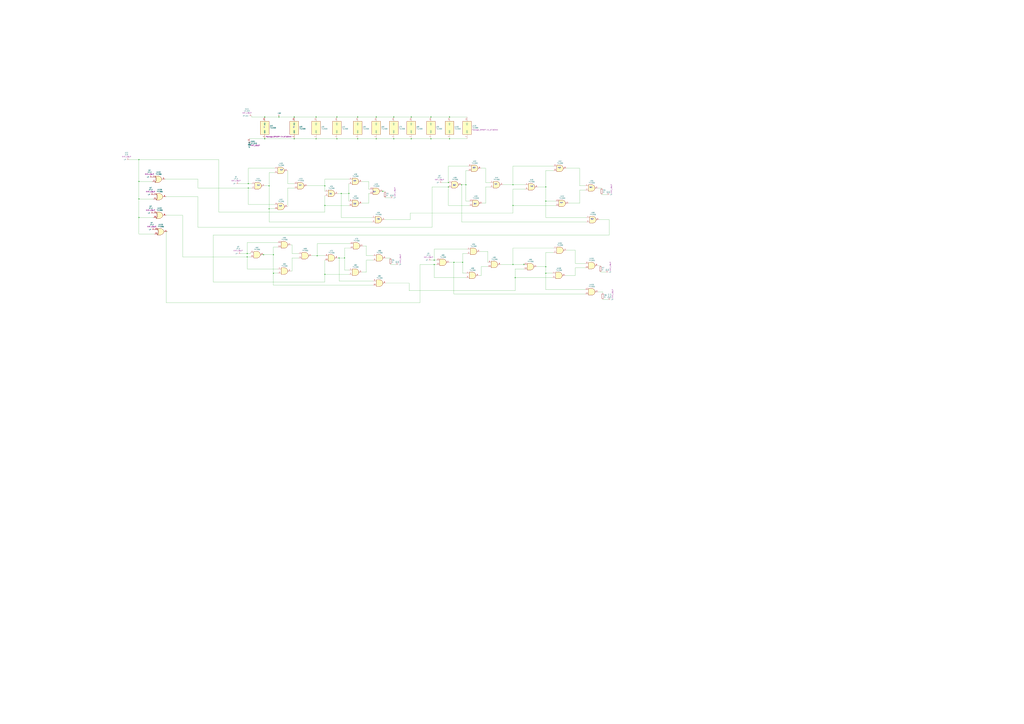
<source format=kicad_sch>
(kicad_sch (version 20230121) (generator eeschema)
  (paper "A0")
  (lib_symbols
    (symbol "!Goody:LP_GND" (pin_names (offset 1.016))
      (property "Reference" "U" (at -6.35 1.27 0))
      (property "Value" "LP_GND" (at -3.81 1.27 0))
      (property "Footprint" "KHF_LIB:LP" (at -3.81 1.27 0))
      (symbol "LP_GND_1_1"
        (pin passive line (at -1.27 0 270) (length 2.54) (name "LP_GND") (number "1"))
      )
    )
    (symbol "74xx:74LS00" (pin_names (offset 1.016))
      (property "Reference" "U" (at 0 1.27 0))
      (property "Value" "74LS00" (at 0 -1.27 0))
      (symbol "74LS00_1_1"
        (arc (start 0 -3.81) (mid 3.7934 0) (end 0 3.81) (stroke (width 0.254)) (fill (type background)))
        (polyline (pts (xy 0 3.81) (xy -3.81 3.81) (xy -3.81 -3.81) (xy 0 -3.81)) (stroke (width 0.254)) (fill (type background)))
        (pin input line (at -7.62 2.54 0) (length 3.81) (name "~") (number "1"))
        (pin input line (at -7.62 -2.54 0) (length 3.81) (name "~") (number "2"))
        (pin output inverted (at 7.62 0 180) (length 3.81) (name "~") (number "3"))
      )
      (symbol "74LS00_1_2"
        (arc (start -3.81 -3.81) (mid -2.589 0) (end -3.81 3.81) (stroke (width 0.254)))
        (arc (start -0.6096 -3.81) (mid 2.1842 -2.5851) (end 3.81 0) (stroke (width 0.254)) (fill (type background)))
        (polyline (pts (xy -3.81 -3.81) (xy -0.635 -3.81)) (stroke (width 0.254)) (fill (type background)))
        (polyline (pts (xy -3.81 3.81) (xy -0.635 3.81)) (stroke (width 0.254)) (fill (type background)))
        (polyline (pts (xy -0.635 3.81) (xy -3.81 3.81) (xy -3.81 3.81) (xy -3.556 3.4036) (xy -3.0226 2.2606) (xy -2.6924 1.0414) (xy -2.6162 -0.254) (xy -2.7686 -1.4986) (xy -3.175 -2.7178) (xy -3.81 -3.81) (xy -3.81 -3.81) (xy -0.635 -3.81)) (stroke (width -25.4)) (fill (type background)))
        (arc (start 3.81 0) (mid 2.1915 2.5936) (end -0.6096 3.81) (stroke (width 0.254)) (fill (type background)))
        (pin input inverted (at -7.62 2.54 0) (length 4.318) (name "~") (number "1"))
        (pin input inverted (at -7.62 -2.54 0) (length 4.318) (name "~") (number "2"))
        (pin output line (at 7.62 0 180) (length 3.81) (name "~") (number "3"))
      )
      (symbol "74LS00_2_1"
        (arc (start 0 -3.81) (mid 3.7934 0) (end 0 3.81) (stroke (width 0.254)) (fill (type background)))
        (polyline (pts (xy 0 3.81) (xy -3.81 3.81) (xy -3.81 -3.81) (xy 0 -3.81)) (stroke (width 0.254)) (fill (type background)))
        (pin input line (at -7.62 2.54 0) (length 3.81) (name "~") (number "4"))
        (pin input line (at -7.62 -2.54 0) (length 3.81) (name "~") (number "5"))
        (pin output inverted (at 7.62 0 180) (length 3.81) (name "~") (number "6"))
      )
      (symbol "74LS00_2_2"
        (arc (start -3.81 -3.81) (mid -2.589 0) (end -3.81 3.81) (stroke (width 0.254)))
        (arc (start -0.6096 -3.81) (mid 2.1842 -2.5851) (end 3.81 0) (stroke (width 0.254)) (fill (type background)))
        (polyline (pts (xy -3.81 -3.81) (xy -0.635 -3.81)) (stroke (width 0.254)) (fill (type background)))
        (polyline (pts (xy -3.81 3.81) (xy -0.635 3.81)) (stroke (width 0.254)) (fill (type background)))
        (polyline (pts (xy -0.635 3.81) (xy -3.81 3.81) (xy -3.81 3.81) (xy -3.556 3.4036) (xy -3.0226 2.2606) (xy -2.6924 1.0414) (xy -2.6162 -0.254) (xy -2.7686 -1.4986) (xy -3.175 -2.7178) (xy -3.81 -3.81) (xy -3.81 -3.81) (xy -0.635 -3.81)) (stroke (width -25.4)) (fill (type background)))
        (arc (start 3.81 0) (mid 2.1915 2.5936) (end -0.6096 3.81) (stroke (width 0.254)) (fill (type background)))
        (pin input inverted (at -7.62 2.54 0) (length 4.318) (name "~") (number "4"))
        (pin input inverted (at -7.62 -2.54 0) (length 4.318) (name "~") (number "5"))
        (pin output line (at 7.62 0 180) (length 3.81) (name "~") (number "6"))
      )
      (symbol "74LS00_3_1"
        (arc (start 0 -3.81) (mid 3.7934 0) (end 0 3.81) (stroke (width 0.254)) (fill (type background)))
        (polyline (pts (xy 0 3.81) (xy -3.81 3.81) (xy -3.81 -3.81) (xy 0 -3.81)) (stroke (width 0.254)) (fill (type background)))
        (pin input line (at -7.62 -2.54 0) (length 3.81) (name "~") (number "10"))
        (pin output inverted (at 7.62 0 180) (length 3.81) (name "~") (number "8"))
        (pin input line (at -7.62 2.54 0) (length 3.81) (name "~") (number "9"))
      )
      (symbol "74LS00_3_2"
        (arc (start -3.81 -3.81) (mid -2.589 0) (end -3.81 3.81) (stroke (width 0.254)))
        (arc (start -0.6096 -3.81) (mid 2.1842 -2.5851) (end 3.81 0) (stroke (width 0.254)) (fill (type background)))
        (polyline (pts (xy -3.81 -3.81) (xy -0.635 -3.81)) (stroke (width 0.254)) (fill (type background)))
        (polyline (pts (xy -3.81 3.81) (xy -0.635 3.81)) (stroke (width 0.254)) (fill (type background)))
        (polyline (pts (xy -0.635 3.81) (xy -3.81 3.81) (xy -3.81 3.81) (xy -3.556 3.4036) (xy -3.0226 2.2606) (xy -2.6924 1.0414) (xy -2.6162 -0.254) (xy -2.7686 -1.4986) (xy -3.175 -2.7178) (xy -3.81 -3.81) (xy -3.81 -3.81) (xy -0.635 -3.81)) (stroke (width -25.4)) (fill (type background)))
        (arc (start 3.81 0) (mid 2.1915 2.5936) (end -0.6096 3.81) (stroke (width 0.254)) (fill (type background)))
        (pin input inverted (at -7.62 -2.54 0) (length 4.318) (name "~") (number "10"))
        (pin output line (at 7.62 0 180) (length 3.81) (name "~") (number "8"))
        (pin input inverted (at -7.62 2.54 0) (length 4.318) (name "~") (number "9"))
      )
      (symbol "74LS00_4_1"
        (arc (start 0 -3.81) (mid 3.7934 0) (end 0 3.81) (stroke (width 0.254)) (fill (type background)))
        (polyline (pts (xy 0 3.81) (xy -3.81 3.81) (xy -3.81 -3.81) (xy 0 -3.81)) (stroke (width 0.254)) (fill (type background)))
        (pin output inverted (at 7.62 0 180) (length 3.81) (name "~") (number "11"))
        (pin input line (at -7.62 2.54 0) (length 3.81) (name "~") (number "12"))
        (pin input line (at -7.62 -2.54 0) (length 3.81) (name "~") (number "13"))
      )
      (symbol "74LS00_4_2"
        (arc (start -3.81 -3.81) (mid -2.589 0) (end -3.81 3.81) (stroke (width 0.254)))
        (arc (start -0.6096 -3.81) (mid 2.1842 -2.5851) (end 3.81 0) (stroke (width 0.254)) (fill (type background)))
        (polyline (pts (xy -3.81 -3.81) (xy -0.635 -3.81)) (stroke (width 0.254)) (fill (type background)))
        (polyline (pts (xy -3.81 3.81) (xy -0.635 3.81)) (stroke (width 0.254)) (fill (type background)))
        (polyline (pts (xy -0.635 3.81) (xy -3.81 3.81) (xy -3.81 3.81) (xy -3.556 3.4036) (xy -3.0226 2.2606) (xy -2.6924 1.0414) (xy -2.6162 -0.254) (xy -2.7686 -1.4986) (xy -3.175 -2.7178) (xy -3.81 -3.81) (xy -3.81 -3.81) (xy -0.635 -3.81)) (stroke (width -25.4)) (fill (type background)))
        (arc (start 3.81 0) (mid 2.1915 2.5936) (end -0.6096 3.81) (stroke (width 0.254)) (fill (type background)))
        (pin output line (at 7.62 0 180) (length 3.81) (name "~") (number "11"))
        (pin input inverted (at -7.62 2.54 0) (length 4.318) (name "~") (number "12"))
        (pin input inverted (at -7.62 -2.54 0) (length 4.318) (name "~") (number "13"))
      )
      (symbol "74LS00_5_0"
        (pin power_in line (at 0 12.7 270) (length 5.08) (name "VCC") (number "14"))
        (pin power_in line (at 0 -12.7 90) (length 5.08) (name "GND") (number "7"))
      )
      (symbol "74LS00_5_1"
        (rectangle (start -5.08 7.62) (end 5.08 -7.62) (stroke (width 0.254)) (fill (type background)))
      )
    )
    (symbol "74xx:74LS86" (pin_names (offset 1.016))
      (property "Reference" "U" (at 0 1.27 0))
      (property "Value" "74LS86" (at 0 -1.27 0))
      (symbol "74LS86_1_0"
        (arc (start -4.4196 -3.81) (mid -3.2033 0) (end -4.4196 3.81) (stroke (width 0.254)))
        (arc (start -3.81 -3.81) (mid -2.589 0) (end -3.81 3.81) (stroke (width 0.254)))
        (arc (start -0.6096 -3.81) (mid 2.1842 -2.5851) (end 3.81 0) (stroke (width 0.254)) (fill (type background)))
        (polyline (pts (xy -3.81 -3.81) (xy -0.635 -3.81)) (stroke (width 0.254)) (fill (type background)))
        (polyline (pts (xy -3.81 3.81) (xy -0.635 3.81)) (stroke (width 0.254)) (fill (type background)))
        (polyline (pts (xy -0.635 3.81) (xy -3.81 3.81) (xy -3.81 3.81) (xy -3.556 3.4036) (xy -3.0226 2.2606) (xy -2.6924 1.0414) (xy -2.6162 -0.254) (xy -2.7686 -1.4986) (xy -3.175 -2.7178) (xy -3.81 -3.81) (xy -3.81 -3.81) (xy -0.635 -3.81)) (stroke (width -25.4)) (fill (type background)))
        (arc (start 3.81 0) (mid 2.1915 2.5936) (end -0.6096 3.81) (stroke (width 0.254)) (fill (type background)))
        (pin input line (at -7.62 2.54 0) (length 4.445) (name "~") (number "1"))
        (pin input line (at -7.62 -2.54 0) (length 4.445) (name "~") (number "2"))
        (pin output line (at 7.62 0 180) (length 3.81) (name "~") (number "3"))
      )
      (symbol "74LS86_1_1"
        (polyline (pts (xy -3.81 -2.54) (xy -3.175 -2.54)) (stroke (width 0.1524)))
        (polyline (pts (xy -3.81 2.54) (xy -3.175 2.54)) (stroke (width 0.1524)))
      )
      (symbol "74LS86_2_0"
        (arc (start -4.4196 -3.81) (mid -3.2033 0) (end -4.4196 3.81) (stroke (width 0.254)))
        (arc (start -3.81 -3.81) (mid -2.589 0) (end -3.81 3.81) (stroke (width 0.254)))
        (arc (start -0.6096 -3.81) (mid 2.1842 -2.5851) (end 3.81 0) (stroke (width 0.254)) (fill (type background)))
        (polyline (pts (xy -3.81 -3.81) (xy -0.635 -3.81)) (stroke (width 0.254)) (fill (type background)))
        (polyline (pts (xy -3.81 3.81) (xy -0.635 3.81)) (stroke (width 0.254)) (fill (type background)))
        (polyline (pts (xy -0.635 3.81) (xy -3.81 3.81) (xy -3.81 3.81) (xy -3.556 3.4036) (xy -3.0226 2.2606) (xy -2.6924 1.0414) (xy -2.6162 -0.254) (xy -2.7686 -1.4986) (xy -3.175 -2.7178) (xy -3.81 -3.81) (xy -3.81 -3.81) (xy -0.635 -3.81)) (stroke (width -25.4)) (fill (type background)))
        (arc (start 3.81 0) (mid 2.1915 2.5936) (end -0.6096 3.81) (stroke (width 0.254)) (fill (type background)))
        (pin input line (at -7.62 2.54 0) (length 4.445) (name "~") (number "4"))
        (pin input line (at -7.62 -2.54 0) (length 4.445) (name "~") (number "5"))
        (pin output line (at 7.62 0 180) (length 3.81) (name "~") (number "6"))
      )
      (symbol "74LS86_2_1"
        (polyline (pts (xy -3.81 -2.54) (xy -3.175 -2.54)) (stroke (width 0.1524)))
        (polyline (pts (xy -3.81 2.54) (xy -3.175 2.54)) (stroke (width 0.1524)))
      )
      (symbol "74LS86_3_0"
        (arc (start -4.4196 -3.81) (mid -3.2033 0) (end -4.4196 3.81) (stroke (width 0.254)))
        (arc (start -3.81 -3.81) (mid -2.589 0) (end -3.81 3.81) (stroke (width 0.254)))
        (arc (start -0.6096 -3.81) (mid 2.1842 -2.5851) (end 3.81 0) (stroke (width 0.254)) (fill (type background)))
        (polyline (pts (xy -3.81 -3.81) (xy -0.635 -3.81)) (stroke (width 0.254)) (fill (type background)))
        (polyline (pts (xy -3.81 3.81) (xy -0.635 3.81)) (stroke (width 0.254)) (fill (type background)))
        (polyline (pts (xy -0.635 3.81) (xy -3.81 3.81) (xy -3.81 3.81) (xy -3.556 3.4036) (xy -3.0226 2.2606) (xy -2.6924 1.0414) (xy -2.6162 -0.254) (xy -2.7686 -1.4986) (xy -3.175 -2.7178) (xy -3.81 -3.81) (xy -3.81 -3.81) (xy -0.635 -3.81)) (stroke (width -25.4)) (fill (type background)))
        (arc (start 3.81 0) (mid 2.1915 2.5936) (end -0.6096 3.81) (stroke (width 0.254)) (fill (type background)))
        (pin input line (at -7.62 -2.54 0) (length 4.445) (name "~") (number "10"))
        (pin output line (at 7.62 0 180) (length 3.81) (name "~") (number "8"))
        (pin input line (at -7.62 2.54 0) (length 4.445) (name "~") (number "9"))
      )
      (symbol "74LS86_3_1"
        (polyline (pts (xy -3.81 -2.54) (xy -3.175 -2.54)) (stroke (width 0.1524)))
        (polyline (pts (xy -3.81 2.54) (xy -3.175 2.54)) (stroke (width 0.1524)))
      )
      (symbol "74LS86_4_0"
        (arc (start -4.4196 -3.81) (mid -3.2033 0) (end -4.4196 3.81) (stroke (width 0.254)))
        (arc (start -3.81 -3.81) (mid -2.589 0) (end -3.81 3.81) (stroke (width 0.254)))
        (arc (start -0.6096 -3.81) (mid 2.1842 -2.5851) (end 3.81 0) (stroke (width 0.254)) (fill (type background)))
        (polyline (pts (xy -3.81 -3.81) (xy -0.635 -3.81)) (stroke (width 0.254)) (fill (type background)))
        (polyline (pts (xy -3.81 3.81) (xy -0.635 3.81)) (stroke (width 0.254)) (fill (type background)))
        (polyline (pts (xy -0.635 3.81) (xy -3.81 3.81) (xy -3.81 3.81) (xy -3.556 3.4036) (xy -3.0226 2.2606) (xy -2.6924 1.0414) (xy -2.6162 -0.254) (xy -2.7686 -1.4986) (xy -3.175 -2.7178) (xy -3.81 -3.81) (xy -3.81 -3.81) (xy -0.635 -3.81)) (stroke (width -25.4)) (fill (type background)))
        (arc (start 3.81 0) (mid 2.1915 2.5936) (end -0.6096 3.81) (stroke (width 0.254)) (fill (type background)))
        (pin output line (at 7.62 0 180) (length 3.81) (name "~") (number "11"))
        (pin input line (at -7.62 2.54 0) (length 4.445) (name "~") (number "12"))
        (pin input line (at -7.62 -2.54 0) (length 4.445) (name "~") (number "13"))
      )
      (symbol "74LS86_4_1"
        (polyline (pts (xy -3.81 -2.54) (xy -3.175 -2.54)) (stroke (width 0.1524)))
        (polyline (pts (xy -3.81 2.54) (xy -3.175 2.54)) (stroke (width 0.1524)))
      )
      (symbol "74LS86_5_0"
        (pin power_in line (at 0 12.7 270) (length 5.08) (name "VCC") (number "14"))
        (pin power_in line (at 0 -12.7 90) (length 5.08) (name "GND") (number "7"))
      )
      (symbol "74LS86_5_1"
        (rectangle (start -5.08 7.62) (end 5.08 -7.62) (stroke (width 0.254)) (fill (type background)))
      )
    )
    (symbol "Addierer-rescue:LP_A-!Goody" (pin_names (offset 1.016))
      (property "Reference" "U" (at -6.35 1.27 0))
      (property "Value" "!Goody_LP_A" (at -3.81 1.27 0))
      (property "Footprint" "KHF_LIB:LP" (at -3.81 1.27 0))
      (symbol "LP_A-!Goody_1_1"
        (pin output line (at -1.27 0 270) (length 2.54) (name "LP") (number "1"))
      )
    )
    (symbol "Addierer-rescue:LP_VCC-!Goody" (pin_names (offset 1.016))
      (property "Reference" "U" (at -6.35 1.27 0))
      (property "Value" "!Goody_LP_VCC" (at -3.81 1.27 0))
      (property "Footprint" "KHF_LIB:LP" (at -3.81 1.27 0))
      (symbol "LP_VCC-!Goody_1_1"
        (pin power_out line (at -1.27 0 270) (length 2.54) (name "LP_Vcc") (number "1"))
      )
    )
    (symbol "Device:R" (pin_numbers hide) (pin_names (offset 0))
      (property "Reference" "R" (at 2.032 0 90))
      (property "Value" "R" (at 0 0 90))
      (symbol "R_0_1"
        (rectangle (start -1.016 -2.54) (end 1.016 2.54) (stroke (width 0.254)))
      )
      (symbol "R_1_1"
        (pin passive line (at 0 3.81 270) (length 1.27) (name "~") (number "1"))
        (pin passive line (at 0 -3.81 90) (length 1.27) (name "~") (number "2"))
      )
    )
    (symbol "power:+5V" (power) (pin_names (offset 0))
      (property "Value" "+5V" (at 0 3.556 0))
      (symbol "+5V_0_1"
        (polyline (pts (xy -0.762 1.27) (xy 0 2.54)))
        (polyline (pts (xy 0 0) (xy 0 2.54)))
        (polyline (pts (xy 0 2.54) (xy 0.762 1.27)))
      )
      (symbol "+5V_1_1"
        (pin power_in line (at 0 0 90) (length 0) hide (name "+5V") (number "1"))
      )
    )
    (symbol "power:GND" (power) (pin_names (offset 0))
      (property "Value" "GND" (at 0 -3.81 0))
      (symbol "GND_0_1"
        (polyline (pts (xy 0 0) (xy 0 -1.27) (xy 1.27 -1.27) (xy 0 -2.54) (xy -1.27 -1.27) (xy 0 -1.27)))
      )
      (symbol "GND_1_1"
        (pin power_in line (at 0 0 270) (length 0) hide (name "GND") (number "1"))
      )
    )
  )
  (junction (at 598.17 322.58))
  (junction (at 367.03 135.89))
  (junction (at 377.19 238.76))
  (junction (at 520.7 217.17))
  (junction (at 595.63 214.63))
  (junction (at 161.29 252.73))
  (junction (at 415.29 135.89))
  (junction (at 161.29 185.42))
  (junction (at 521.97 161.29))
  (junction (at 312.42 242.57))
  (junction (at 317.5 317.5))
  (junction (at 377.19 318.77))
  (junction (at 161.29 210.82))
  (junction (at 633.73 317.5))
  (junction (at 391.16 135.89))
  (junction (at 341.63 135.89))
  (junction (at 477.52 161.29))
  (junction (at 317.5 295.91))
  (junction (at 500.38 161.29))
  (junction (at 521.97 135.89))
  (junction (at 477.52 135.89))
  (junction (at 307.34 135.89))
  (junction (at 287.02 294.64))
  (junction (at 367.03 161.29))
  (junction (at 504.19 302.26))
  (junction (at 288.29 218.44))
  (junction (at 393.7 299.72))
  (junction (at 415.29 161.29))
  (junction (at 287.02 298.45))
  (junction (at 457.2 161.29))
  (junction (at 535.94 214.63))
  (junction (at 633.73 309.88))
  (junction (at 400.05 299.72))
  (junction (at 633.73 233.68))
  (junction (at 595.63 307.34))
  (junction (at 288.29 213.36))
  (junction (at 312.42 215.9))
  (junction (at 457.2 135.89))
  (junction (at 504.19 307.34))
  (junction (at 391.16 161.29))
  (junction (at 520.7 212.09))
  (junction (at 436.88 135.89))
  (junction (at 323.85 135.89))
  (junction (at 541.02 214.63))
  (junction (at 595.63 238.76))
  (junction (at 444.5 222.25))
  (junction (at 377.19 215.9))
  (junction (at 608.33 307.34))
  (junction (at 307.34 161.29))
  (junction (at 368.3 297.18))
  (junction (at 341.63 161.29))
  (junction (at 436.88 161.29))
  (junction (at 500.38 135.89))
  (junction (at 633.73 217.17))
  (junction (at 161.29 231.14))
  (junction (at 527.05 304.8))
  (junction (at 405.13 224.79))
  (junction (at 396.24 224.79))
  (junction (at 537.21 304.8))
  (junction (at 306.07 295.91))
  (wire (pts (xy 367.03 161.29) (xy 391.16 161.29)))
  (wire (pts (xy 290.83 298.45) (xy 287.02 298.45)))
  (wire (pts (xy 392.43 224.79) (xy 396.24 224.79)))
  (wire (pts (xy 288.29 237.49) (xy 288.29 218.44)))
  (wire (pts (xy 287.02 294.64) (xy 290.83 294.64)))
  (wire (pts (xy 544.83 238.76) (xy 520.7 238.76)))
  (wire (pts (xy 307.34 160.02) (xy 307.34 161.29)))
  (wire (pts (xy 633.73 293.37) (xy 642.62 293.37)))
  (wire (pts (xy 707.39 273.05) (xy 247.65 273.05)))
  (wire (pts (xy 405.13 224.79) (xy 405.13 233.68)))
  (wire (pts (xy 668.02 306.07) (xy 679.45 306.07)))
  (wire (pts (xy 668.02 306.07) (xy 668.02 290.83)))
  (wire (pts (xy 598.17 337.82) (xy 598.17 322.58)))
  (wire (pts (xy 633.73 252.73) (xy 633.73 233.68)))
  (wire (pts (xy 307.34 161.29) (xy 289.56 161.29)))
  (wire (pts (xy 633.73 317.5) (xy 633.73 309.88)))
  (wire (pts (xy 339.09 314.96) (xy 337.82 314.96)))
  (wire (pts (xy 706.12 347.98) (xy 699.77 347.98)))
  (wire (pts (xy 400.05 313.69) (xy 400.05 299.72)))
  (wire (pts (xy 704.85 226.06) (xy 698.5 226.06)))
  (wire (pts (xy 427.99 236.22) (xy 420.37 236.22)))
  (wire (pts (xy 673.1 236.22) (xy 673.1 220.98)))
  (wire (pts (xy 425.45 302.26) (xy 425.45 316.23)))
  (wire (pts (xy 542.29 289.56) (xy 504.19 289.56)))
  (wire (pts (xy 292.1 218.44) (xy 288.29 218.44)))
  (wire (pts (xy 477.52 161.29) (xy 500.38 161.29)))
  (wire (pts (xy 229.87 228.6) (xy 229.87 264.16)))
  (wire (pts (xy 680.72 252.73) (xy 633.73 252.73)))
  (wire (pts (xy 212.09 298.45) (xy 287.02 298.45)))
  (wire (pts (xy 520.7 212.09) (xy 520.7 193.04)))
  (wire (pts (xy 521.97 304.8) (xy 527.05 304.8)))
  (wire (pts (xy 542.29 294.64) (xy 537.21 294.64)))
  (wire (pts (xy 477.52 135.89) (xy 457.2 135.89)))
  (wire (pts (xy 368.3 297.18) (xy 361.95 297.18)))
  (wire (pts (xy 673.1 220.98) (xy 679.45 220.98)))
  (wire (pts (xy 318.77 242.57) (xy 312.42 242.57)))
  (wire (pts (xy 307.34 215.9) (xy 312.42 215.9)))
  (wire (pts (xy 457.2 161.29) (xy 477.52 161.29)))
  (wire (pts (xy 633.73 317.5) (xy 633.73 336.55)))
  (wire (pts (xy 679.45 215.9) (xy 673.1 215.9)))
  (wire (pts (xy 323.85 135.89) (xy 341.63 135.89)))
  (wire (pts (xy 287.02 312.42) (xy 322.58 312.42)))
  (wire (pts (xy 680.72 257.81) (xy 535.94 257.81)))
  (wire (pts (xy 149.86 185.42) (xy 161.29 185.42)))
  (wire (pts (xy 624.84 217.17) (xy 633.73 217.17)))
  (wire (pts (xy 506.73 302.26) (xy 504.19 302.26)))
  (wire (pts (xy 400.05 288.29) (xy 400.05 299.72)))
  (wire (pts (xy 474.98 337.82) (xy 598.17 337.82)))
  (wire (pts (xy 307.34 161.29) (xy 341.63 161.29)))
  (wire (pts (xy 436.88 161.29) (xy 457.2 161.29)))
  (wire (pts (xy 500.38 135.89) (xy 477.52 135.89)))
  (wire (pts (xy 406.4 283.21) (xy 368.3 283.21)))
  (wire (pts (xy 427.99 219.71) (xy 429.26 219.71)))
  (wire (pts (xy 420.37 210.82) (xy 427.99 210.82)))
  (wire (pts (xy 317.5 331.47) (xy 433.07 331.47)))
  (wire (pts (xy 520.7 238.76) (xy 520.7 217.17)))
  (wire (pts (xy 161.29 271.78) (xy 179.07 271.78)))
  (wire (pts (xy 377.19 222.25) (xy 377.19 215.9)))
  (wire (pts (xy 541.02 198.12) (xy 543.56 198.12)))
  (wire (pts (xy 229.87 208.28) (xy 191.77 208.28)))
  (wire (pts (xy 176.53 210.82) (xy 161.29 210.82)))
  (wire (pts (xy 193.04 228.6) (xy 229.87 228.6)))
  (wire (pts (xy 287.02 294.64) (xy 287.02 281.94)))
  (wire (pts (xy 584.2 214.63) (xy 595.63 214.63)))
  (wire (pts (xy 229.87 264.16) (xy 501.65 264.16)))
  (wire (pts (xy 334.01 218.44) (xy 334.01 240.03)))
  (wire (pts (xy 474.98 328.93) (xy 474.98 337.82)))
  (wire (pts (xy 679.45 311.15) (xy 668.02 311.15)))
  (wire (pts (xy 287.02 298.45) (xy 287.02 312.42)))
  (wire (pts (xy 161.29 185.42) (xy 254 185.42)))
  (wire (pts (xy 193.04 269.24) (xy 193.04 351.79)))
  (wire (pts (xy 303.53 295.91) (xy 306.07 295.91)))
  (wire (pts (xy 161.29 185.42) (xy 161.29 210.82)))
  (wire (pts (xy 521.97 135.89) (xy 500.38 135.89)))
  (wire (pts (xy 558.8 195.58) (xy 563.88 195.58)))
  (wire (pts (xy 444.5 222.25) (xy 443.23 222.25)))
  (wire (pts (xy 642.62 198.12) (xy 633.73 198.12)))
  (wire (pts (xy 193.04 351.79) (xy 487.68 351.79)))
  (wire (pts (xy 541.02 322.58) (xy 504.19 322.58)))
  (wire (pts (xy 287.02 281.94) (xy 322.58 281.94)))
  (wire (pts (xy 595.63 288.29) (xy 595.63 307.34)))
  (wire (pts (xy 541.02 214.63) (xy 541.02 233.68)))
  (wire (pts (xy 425.45 316.23) (xy 420.37 316.23)))
  (wire (pts (xy 527.05 304.8) (xy 537.21 304.8)))
  (wire (pts (xy 537.21 294.64) (xy 537.21 304.8)))
  (wire (pts (xy 595.63 193.04) (xy 595.63 214.63)))
  (wire (pts (xy 212.09 250.19) (xy 212.09 298.45)))
  (wire (pts (xy 431.8 257.81) (xy 312.42 257.81)))
  (wire (pts (xy 537.21 317.5) (xy 541.02 317.5)))
  (wire (pts (xy 433.07 326.39) (xy 393.7 326.39)))
  (wire (pts (xy 513.08 212.09) (xy 520.7 212.09)))
  (wire (pts (xy 247.65 327.66) (xy 377.19 327.66)))
  (wire (pts (xy 673.1 195.58) (xy 657.86 195.58)))
  (wire (pts (xy 633.73 198.12) (xy 633.73 217.17)))
  (wire (pts (xy 406.4 288.29) (xy 400.05 288.29)))
  (wire (pts (xy 377.19 246.38) (xy 377.19 238.76)))
  (wire (pts (xy 541.02 233.68) (xy 544.83 233.68)))
  (wire (pts (xy 400.05 299.72) (xy 393.7 299.72)))
  (wire (pts (xy 312.42 242.57) (xy 312.42 257.81)))
  (wire (pts (xy 707.39 255.27) (xy 707.39 273.05)))
  (wire (pts (xy 595.63 214.63) (xy 609.6 214.63)))
  (wire (pts (xy 504.19 322.58) (xy 504.19 307.34)))
  (wire (pts (xy 623.57 309.88) (xy 633.73 309.88)))
  (wire (pts (xy 292.1 135.89) (xy 292.1 134.62)))
  (wire (pts (xy 161.29 252.73) (xy 161.29 271.78)))
  (wire (pts (xy 520.7 193.04) (xy 543.56 193.04)))
  (wire (pts (xy 391.16 135.89) (xy 415.29 135.89)))
  (wire (pts (xy 377.19 215.9) (xy 377.19 208.28)))
  (wire (pts (xy 334.01 198.12) (xy 334.01 213.36)))
  (wire (pts (xy 695.96 255.27) (xy 707.39 255.27)))
  (wire (pts (xy 368.3 283.21) (xy 368.3 297.18)))
  (wire (pts (xy 487.68 307.34) (xy 504.19 307.34)))
  (wire (pts (xy 317.5 295.91) (xy 317.5 317.5)))
  (wire (pts (xy 642.62 288.29) (xy 595.63 288.29)))
  (wire (pts (xy 673.1 215.9) (xy 673.1 195.58)))
  (wire (pts (xy 433.07 297.18) (xy 425.45 297.18)))
  (wire (pts (xy 317.5 317.5) (xy 322.58 317.5)))
  (wire (pts (xy 161.29 210.82) (xy 161.29 231.14)))
  (wire (pts (xy 504.19 289.56) (xy 504.19 302.26)))
  (wire (pts (xy 288.29 195.58) (xy 318.77 195.58)))
  (wire (pts (xy 339.09 294.64) (xy 339.09 284.48)))
  (wire (pts (xy 581.66 307.34) (xy 595.63 307.34)))
  (wire (pts (xy 247.65 273.05) (xy 247.65 327.66)))
  (wire (pts (xy 633.73 309.88) (xy 633.73 293.37)))
  (wire (pts (xy 641.35 322.58) (xy 598.17 322.58)))
  (wire (pts (xy 433.07 302.26) (xy 425.45 302.26)))
  (wire (pts (xy 341.63 135.89) (xy 367.03 135.89)))
  (wire (pts (xy 563.88 212.09) (xy 568.96 212.09)))
  (wire (pts (xy 161.29 231.14) (xy 161.29 252.73)))
  (wire (pts (xy 427.99 224.79) (xy 429.26 224.79)))
  (wire (pts (xy 306.07 295.91) (xy 317.5 295.91)))
  (wire (pts (xy 405.13 238.76) (xy 377.19 238.76)))
  (wire (pts (xy 254 185.42) (xy 254 246.38)))
  (wire (pts (xy 229.87 218.44) (xy 288.29 218.44)))
  (wire (pts (xy 668.02 290.83) (xy 657.86 290.83)))
  (wire (pts (xy 377.19 208.28) (xy 405.13 208.28)))
  (wire (pts (xy 697.23 308.61) (xy 694.69 308.61)))
  (wire (pts (xy 595.63 247.65) (xy 476.25 247.65)))
  (wire (pts (xy 448.31 299.72) (xy 453.39 299.72)))
  (wire (pts (xy 393.7 326.39) (xy 393.7 299.72)))
  (wire (pts (xy 396.24 224.79) (xy 405.13 224.79)))
  (wire (pts (xy 341.63 161.29) (xy 367.03 161.29)))
  (wire (pts (xy 500.38 302.26) (xy 504.19 302.26)))
  (wire (pts (xy 377.19 238.76) (xy 377.19 227.33)))
  (wire (pts (xy 633.73 336.55) (xy 679.45 336.55)))
  (wire (pts (xy 542.29 135.89) (xy 521.97 135.89)))
  (wire (pts (xy 598.17 312.42) (xy 608.33 312.42)))
  (wire (pts (xy 563.88 195.58) (xy 563.88 212.09)))
  (wire (pts (xy 563.88 236.22) (xy 560.07 236.22)))
  (wire (pts (xy 448.31 328.93) (xy 474.98 328.93)))
  (wire (pts (xy 415.29 161.29) (xy 436.88 161.29)))
  (wire (pts (xy 425.45 297.18) (xy 425.45 285.75)))
  (wire (pts (xy 558.8 320.04) (xy 556.26 320.04)))
  (wire (pts (xy 595.63 307.34) (xy 608.33 307.34)))
  (wire (pts (xy 521.97 161.29) (xy 500.38 161.29)))
  (wire (pts (xy 563.88 217.17) (xy 563.88 236.22)))
  (wire (pts (xy 633.73 233.68) (xy 645.16 233.68)))
  (wire (pts (xy 396.24 252.73) (xy 396.24 224.79)))
  (wire (pts (xy 254 246.38) (xy 377.19 246.38)))
  (wire (pts (xy 288.29 213.36) (xy 292.1 213.36)))
  (wire (pts (xy 535.94 214.63) (xy 541.02 214.63)))
  (wire (pts (xy 694.69 339.09) (xy 699.77 339.09)))
  (wire (pts (xy 527.05 341.63) (xy 527.05 304.8)))
  (wire (pts (xy 341.63 218.44) (xy 334.01 218.44)))
  (wire (pts (xy 541.02 214.63) (xy 541.02 198.12)))
  (wire (pts (xy 346.71 294.64) (xy 339.09 294.64)))
  (wire (pts (xy 487.68 351.79) (xy 487.68 307.34)))
  (wire (pts (xy 501.65 264.16) (xy 501.65 217.17)))
  (wire (pts (xy 405.13 313.69) (xy 400.05 313.69)))
  (wire (pts (xy 633.73 217.17) (xy 633.73 233.68)))
  (wire (pts (xy 447.04 229.87) (xy 453.39 229.87)))
  (wire (pts (xy 317.5 287.02) (xy 322.58 287.02)))
  (wire (pts (xy 457.2 135.89) (xy 436.88 135.89)))
  (wire (pts (xy 393.7 299.72) (xy 392.43 299.72)))
  (wire (pts (xy 506.73 307.34) (xy 504.19 307.34)))
  (wire (pts (xy 609.6 219.71) (xy 595.63 219.71)))
  (wire (pts (xy 566.42 304.8) (xy 566.42 292.1)))
  (wire (pts (xy 668.02 311.15) (xy 668.02 320.04)))
  (wire (pts (xy 566.42 292.1) (xy 557.53 292.1)))
  (wire (pts (xy 694.69 218.44) (xy 698.5 218.44)))
  (wire (pts (xy 703.58 316.23) (xy 697.23 316.23)))
  (wire (pts (xy 535.94 257.81) (xy 535.94 214.63)))
  (wire (pts (xy 595.63 219.71) (xy 595.63 238.76)))
  (wire (pts (xy 317.5 295.91) (xy 317.5 287.02)))
  (wire (pts (xy 194.31 269.24) (xy 193.04 269.24)))
  (wire (pts (xy 334.01 213.36) (xy 341.63 213.36)))
  (wire (pts (xy 317.5 317.5) (xy 317.5 331.47)))
  (wire (pts (xy 427.99 210.82) (xy 427.99 219.71)))
  (wire (pts (xy 307.34 135.89) (xy 323.85 135.89)))
  (wire (pts (xy 641.35 317.5) (xy 633.73 317.5)))
  (wire (pts (xy 290.83 294.64) (xy 290.83 293.37)))
  (wire (pts (xy 377.19 318.77) (xy 377.19 302.26)))
  (wire (pts (xy 307.34 135.89) (xy 292.1 135.89)))
  (wire (pts (xy 476.25 255.27) (xy 447.04 255.27)))
  (wire (pts (xy 542.29 161.29) (xy 521.97 161.29)))
  (wire (pts (xy 558.8 309.88) (xy 558.8 320.04)))
  (wire (pts (xy 312.42 215.9) (xy 312.42 242.57)))
  (wire (pts (xy 339.09 284.48) (xy 337.82 284.48)))
  (wire (pts (xy 356.87 215.9) (xy 377.19 215.9)))
  (wire (pts (xy 346.71 299.72) (xy 339.09 299.72)))
  (wire (pts (xy 405.13 213.36) (xy 405.13 224.79)))
  (wire (pts (xy 447.04 222.25) (xy 444.5 222.25)))
  (wire (pts (xy 377.19 318.77) (xy 405.13 318.77)))
  (wire (pts (xy 595.63 238.76) (xy 595.63 247.65)))
  (wire (pts (xy 229.87 218.44) (xy 229.87 208.28)))
  (wire (pts (xy 318.77 200.66) (xy 312.42 200.66)))
  (wire (pts (xy 425.45 285.75) (xy 421.64 285.75)))
  (wire (pts (xy 377.19 327.66) (xy 377.19 318.77)))
  (wire (pts (xy 396.24 252.73) (xy 431.8 252.73)))
  (wire (pts (xy 318.77 237.49) (xy 288.29 237.49)))
  (wire (pts (xy 391.16 161.29) (xy 415.29 161.29)))
  (wire (pts (xy 668.02 320.04) (xy 656.59 320.04)))
  (wire (pts (xy 279.4 294.64) (xy 287.02 294.64)))
  (wire (pts (xy 288.29 213.36) (xy 288.29 195.58)))
  (wire (pts (xy 276.86 213.36) (xy 288.29 213.36)))
  (wire (pts (xy 453.39 307.34) (xy 459.74 307.34)))
  (wire (pts (xy 476.25 247.65) (xy 476.25 255.27)))
  (wire (pts (xy 415.29 135.89) (xy 436.88 135.89)))
  (wire (pts (xy 679.45 341.63) (xy 527.05 341.63)))
  (wire (pts (xy 367.03 135.89) (xy 391.16 135.89)))
  (wire (pts (xy 193.04 250.19) (xy 212.09 250.19)))
  (wire (pts (xy 177.8 231.14) (xy 161.29 231.14)))
  (wire (pts (xy 312.42 200.66) (xy 312.42 215.9)))
  (wire (pts (xy 339.09 299.72) (xy 339.09 314.96)))
  (wire (pts (xy 177.8 252.73) (xy 161.29 252.73)))
  (wire (pts (xy 645.16 238.76) (xy 595.63 238.76)))
  (wire (pts (xy 427.99 224.79) (xy 427.99 236.22)))
  (wire (pts (xy 699.77 340.36) (xy 699.77 339.09)))
  (wire (pts (xy 558.8 309.88) (xy 566.42 309.88)))
  (wire (pts (xy 377.19 297.18) (xy 368.3 297.18)))
  (wire (pts (xy 598.17 322.58) (xy 598.17 312.42)))
  (wire (pts (xy 642.62 193.04) (xy 595.63 193.04)))
  (wire (pts (xy 568.96 217.17) (xy 563.88 217.17)))
  (wire (pts (xy 537.21 304.8) (xy 537.21 317.5)))
  (wire (pts (xy 660.4 236.22) (xy 673.1 236.22)))
  (wire (pts (xy 608.33 307.34) (xy 608.33 306.07)))
  (wire (pts (xy 501.65 217.17) (xy 520.7 217.17)))
  (text "4.2" (at 615.95 217.17 0) (effects (font (size 1.27 1.27) (thickness 0.254) bold) (justify left bottom)))
  (text "2.2" (at 410.21 210.82 0) (effects (font (size 1.27 1.27) (thickness 0.254) bold) (justify left bottom)))
  (text "1.4" (at 346.71 215.9 0) (effects (font (size 1.27 1.27) (thickness 0.254) bold) (justify left bottom)))
  (text "3.2" (at 525.78 215.9 0) (effects (font (size 1.27 1.27) (thickness 0.254) bold) (justify left bottom)))
  (text "2.3" (at 410.21 237.49 0) (effects (font (size 1.27 1.27) (thickness 0.254) bold) (justify left bottom)))
  (text "3.4" (at 549.91 237.49 0) (effects (font (size 1.27 1.27) (thickness 0.254) bold) (justify left bottom)))
  (text "2.1" (at 382.27 226.06 0) (effects (font (size 1.27 1.27) (thickness 0.254) bold) (justify left bottom)))
  (text "5.1" (at 684.53 218.44 0) (effects (font (size 1.27 1.27) (thickness 0.254) bold) (justify left bottom)))
  (text "3.3" (at 548.64 195.58 0) (effects (font (size 1.27 1.27) (thickness 0.254) bold) (justify left bottom)))
  (text "1.2" (at 325.12 198.12 0) (effects (font (size 1.27 1.27) (thickness 0.254) bold) (justify left bottom)))
  (text "1.3" (at 323.85 240.03 0) (effects (font (size 1.27 1.27) (thickness 0.254) bold) (justify left bottom)))
  (text "2" (at 340.36 148.59 0) (effects (font (size 1.27 1.27) (thickness 0.254) bold) (justify left bottom)))
  (text "1.1" (at 298.45 215.9 0) (effects (font (size 1.27 1.27) (thickness 0.254) bold) (justify left bottom)))
  (text "4.4" (at 650.24 236.22 0) (effects (font (size 1.27 1.27) (thickness 0.254) bold) (justify left bottom)))
  (text "3.1" (at 438.15 255.27 0) (effects (font (size 1.27 1.27) (thickness 0.254) bold) (justify left bottom)))
  (text "2.4" (at 433.07 223.52 0) (effects (font (size 1.27 1.27) (thickness 0.254) bold) (justify left bottom)))
  (text "4.1" (at 574.04 214.63 0) (effects (font (size 1.27 1.27) (thickness 0.254) bold) (justify left bottom)))
  (text "5.2" (at 685.8 255.27 0) (effects (font (size 1.27 1.27) (thickness 0.254) bold) (justify left bottom)))
  (text "1" (at 306.07 148.59 0) (effects (font (size 1.27 1.27) (thickness 0.254) bold) (justify left bottom)))
  (text "4.3" (at 647.7 195.58 0) (effects (font (size 1.27 1.27) (thickness 0.254) bold) (justify left bottom)))
  (symbol (lib_id "74xx:74LS00") (at 299.72 215.9 0) (unit 1)
    (property "Reference" "U1" (at 299.72 207.645 0))
    (property "Value" "74LS00" (at 299.72 209.9564 0))
    (property "Footprint" "Package_DIP:DIP-14_W7.62mm" (effects hide))
    (property "Datasheet" "http://www.ti.com/lit/gpn/sn74ls00" (effects hide))
  )
  (symbol (lib_id "74xx:74LS00") (at 326.39 198.12 0) (unit 2)
    (property "Reference" "U1" (at 326.39 189.865 0))
    (property "Value" "74LS00" (at 326.39 192.1764 0))
    (property "Footprint" "Package_DIP:DIP-14_W7.62mm" (effects hide))
    (property "Datasheet" "http://www.ti.com/lit/gpn/sn74ls00" (effects hide))
  )
  (symbol (lib_id "74xx:74LS00") (at 326.39 240.03 0) (unit 3)
    (property "Reference" "U1" (at 326.39 231.775 0))
    (property "Value" "74LS00" (at 326.39 234.0864 0))
    (property "Footprint" "Package_DIP:DIP-14_W7.62mm" (effects hide))
    (property "Datasheet" "http://www.ti.com/lit/gpn/sn74ls00" (effects hide))
  )
  (symbol (lib_id "74xx:74LS00") (at 349.25 215.9 0) (unit 4)
    (property "Reference" "U1" (at 349.25 207.645 0))
    (property "Value" "74LS00" (at 349.25 209.9564 0))
    (property "Footprint" "Package_DIP:DIP-14_W7.62mm" (effects hide))
    (property "Datasheet" "http://www.ti.com/lit/gpn/sn74ls00" (effects hide))
  )
  (symbol (lib_id "74xx:74LS00") (at 307.34 148.59 0) (unit 5)
    (property "Reference" "U1" (at 313.182 146.2786 0) (effects (justify left)))
    (property "Value" "74LS00" (at 313.182 148.59 0) (effects (justify left)))
    (property "Footprint" "Package_DIP:DIP-14_W7.62mm" (at 308.61 158.75 0) (effects (justify left)))
    (property "Datasheet" "http://www.ti.com/lit/gpn/sn74ls00" (effects hide))
  )
  (symbol (lib_id "74xx:74LS00") (at 341.63 148.59 0) (unit 5)
    (property "Reference" "U2" (at 347.472 147.4216 0) (effects (justify left)))
    (property "Value" "74LS00" (at 347.472 149.733 0) (effects (justify left)))
    (property "Footprint" "Package_DIP:DIP-14_W7.62mm" (effects hide))
    (property "Datasheet" "http://www.ti.com/lit/gpn/sn74ls00" (effects hide))
  )
  (symbol (lib_id "Device:R") (at 447.04 226.06 0) (unit 1)
    (property "Reference" "R1" (at 448.818 224.8916 0) (effects (justify left)))
    (property "Value" "R" (at 448.818 227.203 0) (effects (justify left)))
    (property "Footprint" "Resistor_THT:R_Axial_DIN0207_L6.3mm_D2.5mm_P7.62mm_Horizontal" (effects hide))
  )
  (symbol (lib_id "74xx:74LS00") (at 367.03 148.59 0) (unit 5)
    (property "Reference" "U3" (at 372.872 147.4216 0) (effects (justify left)))
    (property "Value" "74LS00" (at 372.872 149.733 0) (effects (justify left)))
    (property "Footprint" "Package_DIP:DIP-14_W7.62mm" (effects hide))
    (property "Datasheet" "http://www.ti.com/lit/gpn/sn74ls00" (effects hide))
  )
  (symbol (lib_id "74xx:74LS00") (at 384.81 224.79 0) (unit 1)
    (property "Reference" "U2" (at 384.81 216.535 0))
    (property "Value" "74LS00" (at 384.81 218.8464 0))
    (property "Footprint" "Package_DIP:DIP-14_W7.62mm" (effects hide))
    (property "Datasheet" "http://www.ti.com/lit/gpn/sn74ls00" (effects hide))
  )
  (symbol (lib_id "74xx:74LS00") (at 412.75 210.82 0) (unit 2)
    (property "Reference" "U2" (at 412.75 202.565 0))
    (property "Value" "74LS00" (at 412.75 204.8764 0))
    (property "Footprint" "Package_DIP:DIP-14_W7.62mm" (effects hide))
    (property "Datasheet" "http://www.ti.com/lit/gpn/sn74ls00" (effects hide))
  )
  (symbol (lib_id "74xx:74LS00") (at 412.75 236.22 0) (unit 3)
    (property "Reference" "U2" (at 412.75 227.965 0))
    (property "Value" "74LS00" (at 412.75 230.2764 0))
    (property "Footprint" "Package_DIP:DIP-14_W7.62mm" (effects hide))
    (property "Datasheet" "http://www.ti.com/lit/gpn/sn74ls00" (effects hide))
  )
  (symbol (lib_id "74xx:74LS00") (at 436.88 222.25 0) (unit 4)
    (property "Reference" "U2" (at 436.88 213.995 0))
    (property "Value" "74LS00" (at 436.88 216.3064 0))
    (property "Footprint" "Package_DIP:DIP-14_W7.62mm" (effects hide))
    (property "Datasheet" "http://www.ti.com/lit/gpn/sn74ls00" (effects hide))
  )
  (symbol (lib_id "74xx:74LS00") (at 439.42 255.27 0) (unit 1)
    (property "Reference" "U3" (at 439.42 247.015 0))
    (property "Value" "74LS00" (at 439.42 249.3264 0))
    (property "Footprint" "Package_DIP:DIP-14_W7.62mm" (effects hide))
    (property "Datasheet" "http://www.ti.com/lit/gpn/sn74ls00" (effects hide))
  )
  (symbol (lib_id "Addierer-rescue:LP_A-!Goody") (at 453.39 228.6 90) (unit 1)
    (property "Reference" "S1" (at 453.9234 228.3968 0) (effects (justify left)))
    (property "Value" "S1" (at 456.2348 228.3968 0) (effects (justify left)))
    (property "Footprint" "KHF_LIB:LP" (at 458.5462 228.3968 0) (effects (justify left)))
  )
  (symbol (lib_id "74xx:74LS00") (at 528.32 214.63 0) (unit 2)
    (property "Reference" "U3" (at 528.32 206.375 0))
    (property "Value" "74LS00" (at 528.32 208.6864 0))
    (property "Footprint" "Package_DIP:DIP-14_W7.62mm" (effects hide))
    (property "Datasheet" "http://www.ti.com/lit/gpn/sn74ls00" (effects hide))
  )
  (symbol (lib_id "74xx:74LS00") (at 551.18 195.58 0) (unit 3)
    (property "Reference" "U3" (at 551.18 187.325 0))
    (property "Value" "74LS00" (at 551.18 189.6364 0))
    (property "Footprint" "Package_DIP:DIP-14_W7.62mm" (effects hide))
    (property "Datasheet" "http://www.ti.com/lit/gpn/sn74ls00" (effects hide))
  )
  (symbol (lib_id "74xx:74LS00") (at 552.45 236.22 0) (unit 4)
    (property "Reference" "U3" (at 552.45 227.965 0))
    (property "Value" "74LS00" (at 552.45 230.2764 0))
    (property "Footprint" "Package_DIP:DIP-14_W7.62mm" (effects hide))
    (property "Datasheet" "http://www.ti.com/lit/gpn/sn74ls00" (effects hide))
  )
  (symbol (lib_id "74xx:74LS00") (at 576.58 214.63 0) (unit 1)
    (property "Reference" "U4" (at 576.58 206.375 0))
    (property "Value" "74LS00" (at 576.58 208.6864 0))
    (property "Footprint" "Package_DIP:DIP-14_W7.62mm" (effects hide))
    (property "Datasheet" "http://www.ti.com/lit/gpn/sn74ls00" (effects hide))
  )
  (symbol (lib_id "74xx:74LS00") (at 391.16 148.59 0) (unit 5)
    (property "Reference" "U4" (at 397.002 147.4216 0) (effects (justify left)))
    (property "Value" "74LS00" (at 397.002 149.733 0) (effects (justify left)))
    (property "Footprint" "Package_DIP:DIP-14_W7.62mm" (effects hide))
    (property "Datasheet" "http://www.ti.com/lit/gpn/sn74ls00" (effects hide))
  )
  (symbol (lib_id "74xx:74LS00") (at 617.22 217.17 0) (unit 2)
    (property "Reference" "U4" (at 617.22 208.915 0))
    (property "Value" "74LS00" (at 617.22 211.2264 0))
    (property "Footprint" "Package_DIP:DIP-14_W7.62mm" (effects hide))
    (property "Datasheet" "http://www.ti.com/lit/gpn/sn74ls00" (effects hide))
  )
  (symbol (lib_id "74xx:74LS00") (at 650.24 195.58 0) (unit 3)
    (property "Reference" "U4" (at 650.24 187.325 0))
    (property "Value" "74LS00" (at 650.24 189.6364 0))
    (property "Footprint" "Package_DIP:DIP-14_W7.62mm" (effects hide))
    (property "Datasheet" "http://www.ti.com/lit/gpn/sn74ls00" (effects hide))
  )
  (symbol (lib_id "74xx:74LS00") (at 652.78 236.22 0) (unit 4)
    (property "Reference" "U4" (at 652.78 227.965 0))
    (property "Value" "74LS00" (at 652.78 230.2764 0))
    (property "Footprint" "Package_DIP:DIP-14_W7.62mm" (effects hide))
    (property "Datasheet" "http://www.ti.com/lit/gpn/sn74ls00" (effects hide))
  )
  (symbol (lib_id "74xx:74LS00") (at 415.29 148.59 0) (unit 5)
    (property "Reference" "U5" (at 421.132 147.4216 0) (effects (justify left)))
    (property "Value" "74LS00" (at 421.132 149.733 0) (effects (justify left)))
    (property "Footprint" "Package_DIP:DIP-14_W7.62mm" (effects hide))
    (property "Datasheet" "http://www.ti.com/lit/gpn/sn74ls00" (effects hide))
  )
  (symbol (lib_id "Device:R") (at 698.5 222.25 0) (unit 1)
    (property "Reference" "R3" (at 700.278 221.0816 0) (effects (justify left)))
    (property "Value" "R" (at 700.278 223.393 0) (effects (justify left)))
    (property "Footprint" "Resistor_THT:R_Axial_DIN0207_L6.3mm_D2.5mm_P7.62mm_Horizontal" (effects hide))
  )
  (symbol (lib_id "74xx:74LS00") (at 687.07 218.44 0) (unit 1)
    (property "Reference" "U5" (at 687.07 210.185 0))
    (property "Value" "74LS00" (at 687.07 212.4964 0))
    (property "Footprint" "Package_DIP:DIP-14_W7.62mm" (effects hide))
    (property "Datasheet" "http://www.ti.com/lit/gpn/sn74ls00" (effects hide))
  )
  (symbol (lib_id "74xx:74LS00") (at 688.34 255.27 0) (unit 2)
    (property "Reference" "U5" (at 688.34 247.015 0))
    (property "Value" "74LS00" (at 688.34 249.3264 0))
    (property "Footprint" "Package_DIP:DIP-14_W7.62mm" (effects hide))
    (property "Datasheet" "http://www.ti.com/lit/gpn/sn74ls00" (effects hide))
  )
  (symbol (lib_id "Addierer-rescue:LP_A-!Goody") (at 704.85 224.79 90) (unit 1)
    (property "Reference" "S2" (at 705.3834 224.5868 0) (effects (justify left)))
    (property "Value" "S2" (at 707.6948 224.5868 0) (effects (justify left)))
    (property "Footprint" "KHF_LIB:LP" (at 710.0062 224.5868 0) (effects (justify left)))
  )
  (symbol (lib_id "74xx:74LS00") (at 298.45 295.91 0) (unit 3)
    (property "Reference" "U5" (at 298.45 287.655 0))
    (property "Value" "74LS00" (at 298.45 289.9664 0))
    (property "Footprint" "Package_DIP:DIP-14_W7.62mm" (effects hide))
    (property "Datasheet" "http://www.ti.com/lit/gpn/sn74ls00" (effects hide))
  )
  (symbol (lib_id "74xx:74LS00") (at 330.2 284.48 0) (unit 4)
    (property "Reference" "U5" (at 330.2 276.225 0))
    (property "Value" "74LS00" (at 330.2 278.5364 0))
    (property "Footprint" "Package_DIP:DIP-14_W7.62mm" (effects hide))
    (property "Datasheet" "http://www.ti.com/lit/gpn/sn74ls00" (effects hide))
  )
  (symbol (lib_id "74xx:74LS00") (at 330.2 314.96 0) (unit 1)
    (property "Reference" "U6" (at 330.2 306.705 0))
    (property "Value" "74LS00" (at 330.2 309.0164 0))
    (property "Footprint" "Package_DIP:DIP-14_W7.62mm" (effects hide))
    (property "Datasheet" "http://www.ti.com/lit/gpn/sn74ls00" (effects hide))
  )
  (symbol (lib_id "74xx:74LS00") (at 354.33 297.18 0) (unit 2)
    (property "Reference" "U6" (at 354.33 288.925 0))
    (property "Value" "74LS00" (at 354.33 291.2364 0))
    (property "Footprint" "Package_DIP:DIP-14_W7.62mm" (effects hide))
    (property "Datasheet" "http://www.ti.com/lit/gpn/sn74ls00" (effects hide))
  )
  (symbol (lib_id "74xx:74LS00") (at 436.88 148.59 0) (unit 5)
    (property "Reference" "U6" (at 442.722 147.4216 0) (effects (justify left)))
    (property "Value" "74LS00" (at 442.722 149.733 0) (effects (justify left)))
    (property "Footprint" "Package_DIP:DIP-14_W7.62mm" (effects hide))
    (property "Datasheet" "http://www.ti.com/lit/gpn/sn74ls00" (effects hide))
  )
  (symbol (lib_id "74xx:74LS00") (at 457.2 148.59 0) (unit 5)
    (property "Reference" "U7" (at 463.042 147.4216 0) (effects (justify left)))
    (property "Value" "74LS00" (at 463.042 149.733 0) (effects (justify left)))
    (property "Footprint" "Package_DIP:DIP-14_W7.62mm" (effects hide))
    (property "Datasheet" "http://www.ti.com/lit/gpn/sn74ls00" (effects hide))
  )
  (symbol (lib_id "74xx:74LS00") (at 477.52 148.59 0) (unit 5)
    (property "Reference" "U8" (at 483.362 147.4216 0) (effects (justify left)))
    (property "Value" "74LS00" (at 483.362 149.733 0) (effects (justify left)))
    (property "Footprint" "Package_DIP:DIP-14_W7.62mm" (effects hide))
    (property "Datasheet" "http://www.ti.com/lit/gpn/sn74ls00" (effects hide))
  )
  (symbol (lib_id "74xx:74LS00") (at 384.81 299.72 0) (unit 3)
    (property "Reference" "U7" (at 384.81 291.465 0))
    (property "Value" "74LS00" (at 384.81 293.7764 0))
    (property "Footprint" "Package_DIP:DIP-14_W7.62mm" (effects hide))
    (property "Datasheet" "http://www.ti.com/lit/gpn/sn74ls00" (effects hide))
  )
  (symbol (lib_id "74xx:74LS00") (at 414.02 285.75 0) (unit 4)
    (property "Reference" "U7" (at 414.02 277.495 0))
    (property "Value" "74LS00" (at 414.02 279.8064 0))
    (property "Footprint" "Package_DIP:DIP-14_W7.62mm" (effects hide))
    (property "Datasheet" "http://www.ti.com/lit/gpn/sn74ls00" (effects hide))
  )
  (symbol (lib_id "74xx:74LS00") (at 412.75 316.23 0) (unit 1)
    (property "Reference" "U8" (at 412.75 307.975 0))
    (property "Value" "74LS00" (at 412.75 310.2864 0))
    (property "Footprint" "Package_DIP:DIP-14_W7.62mm" (effects hide))
    (property "Datasheet" "http://www.ti.com/lit/gpn/sn74ls00" (effects hide))
  )
  (symbol (lib_id "74xx:74LS00") (at 440.69 299.72 0) (unit 2)
    (property "Reference" "U8" (at 440.69 291.465 0))
    (property "Value" "74LS00" (at 440.69 293.7764 0))
    (property "Footprint" "Package_DIP:DIP-14_W7.62mm" (effects hide))
    (property "Datasheet" "http://www.ti.com/lit/gpn/sn74ls00" (effects hide))
  )
  (symbol (lib_id "74xx:74LS00") (at 440.69 328.93 0) (unit 3)
    (property "Reference" "U8" (at 440.69 320.675 0))
    (property "Value" "74LS00" (at 440.69 322.9864 0))
    (property "Footprint" "Package_DIP:DIP-14_W7.62mm" (effects hide))
    (property "Datasheet" "http://www.ti.com/lit/gpn/sn74ls00" (effects hide))
  )
  (symbol (lib_id "74xx:74LS00") (at 514.35 304.8 0) (unit 4)
    (property "Reference" "U8" (at 514.35 296.545 0))
    (property "Value" "74LS00" (at 514.35 298.8564 0))
    (property "Footprint" "Package_DIP:DIP-14_W7.62mm" (effects hide))
    (property "Datasheet" "http://www.ti.com/lit/gpn/sn74ls00" (effects hide))
  )
  (symbol (lib_id "Device:R") (at 453.39 303.53 0) (unit 1)
    (property "Reference" "R5" (at 455.168 302.3616 0) (effects (justify left)))
    (property "Value" "R" (at 455.168 304.673 0) (effects (justify left)))
    (property "Footprint" "Resistor_THT:R_Axial_DIN0207_L6.3mm_D2.5mm_P7.62mm_Horizontal" (effects hide))
  )
  (symbol (lib_id "Addierer-rescue:LP_A-!Goody") (at 459.74 306.07 90) (unit 1)
    (property "Reference" "S3" (at 460.2734 305.8668 0) (effects (justify left)))
    (property "Value" "S3" (at 462.5848 305.8668 0) (effects (justify left)))
    (property "Footprint" "KHF_LIB:LP" (at 464.8962 305.8668 0) (effects (justify left)))
  )
  (symbol (lib_id "74xx:74LS00") (at 500.38 148.59 0) (unit 5)
    (property "Reference" "U9" (at 506.222 147.4216 0) (effects (justify left)))
    (property "Value" "74LS00" (at 506.222 149.733 0) (effects (justify left)))
    (property "Footprint" "Package_DIP:DIP-14_W7.62mm" (effects hide))
    (property "Datasheet" "http://www.ti.com/lit/gpn/sn74ls00" (effects hide))
  )
  (symbol (lib_id "74xx:74LS00") (at 521.97 148.59 0) (unit 5)
    (property "Reference" "U10" (at 527.812 147.4216 0) (effects (justify left)))
    (property "Value" "74LS00" (at 527.812 149.733 0) (effects (justify left)))
    (property "Footprint" "Package_DIP:DIP-14_W7.62mm" (effects hide))
    (property "Datasheet" "http://www.ti.com/lit/gpn/sn74ls00" (effects hide))
  )
  (symbol (lib_id "74xx:74LS00") (at 549.91 292.1 0) (unit 1)
    (property "Reference" "U9" (at 549.91 283.845 0))
    (property "Value" "74LS00" (at 549.91 286.1564 0))
    (property "Footprint" "Package_DIP:DIP-14_W7.62mm" (effects hide))
    (property "Datasheet" "http://www.ti.com/lit/gpn/sn74ls00" (effects hide))
  )
  (symbol (lib_id "74xx:74LS00") (at 548.64 320.04 0) (unit 2)
    (property "Reference" "U9" (at 548.64 311.785 0))
    (property "Value" "74LS00" (at 548.64 314.0964 0))
    (property "Footprint" "Package_DIP:DIP-14_W7.62mm" (effects hide))
    (property "Datasheet" "http://www.ti.com/lit/gpn/sn74ls00" (effects hide))
  )
  (symbol (lib_id "74xx:74LS00") (at 574.04 307.34 0) (unit 3)
    (property "Reference" "U9" (at 574.04 299.085 0))
    (property "Value" "74LS00" (at 574.04 301.3964 0))
    (property "Footprint" "Package_DIP:DIP-14_W7.62mm" (effects hide))
    (property "Datasheet" "http://www.ti.com/lit/gpn/sn74ls00" (effects hide))
  )
  (symbol (lib_id "74xx:74LS00") (at 615.95 309.88 0) (unit 4)
    (property "Reference" "U9" (at 615.95 301.625 0))
    (property "Value" "74LS00" (at 615.95 303.9364 0))
    (property "Footprint" "Package_DIP:DIP-14_W7.62mm" (effects hide))
    (property "Datasheet" "http://www.ti.com/lit/gpn/sn74ls00" (effects hide))
  )
  (symbol (lib_id "74xx:74LS00") (at 650.24 290.83 0) (unit 1)
    (property "Reference" "U10" (at 650.24 282.575 0))
    (property "Value" "74LS00" (at 650.24 284.8864 0))
    (property "Footprint" "Package_DIP:DIP-14_W7.62mm" (effects hide))
    (property "Datasheet" "http://www.ti.com/lit/gpn/sn74ls00" (effects hide))
  )
  (symbol (lib_id "74xx:74LS00") (at 648.97 320.04 0) (unit 2)
    (property "Reference" "U10" (at 648.97 311.785 0))
    (property "Value" "74LS00" (at 648.97 314.0964 0))
    (property "Footprint" "Package_DIP:DIP-14_W7.62mm" (effects hide))
    (property "Datasheet" "http://www.ti.com/lit/gpn/sn74ls00" (effects hide))
  )
  (symbol (lib_id "74xx:74LS00") (at 687.07 308.61 0) (unit 3)
    (property "Reference" "U10" (at 687.07 300.355 0))
    (property "Value" "74LS00" (at 687.07 302.6664 0))
    (property "Footprint" "Package_DIP:DIP-14_W7.62mm" (effects hide))
    (property "Datasheet" "http://www.ti.com/lit/gpn/sn74ls00" (effects hide))
  )
  (symbol (lib_id "74xx:74LS00") (at 687.07 339.09 0) (unit 4)
    (property "Reference" "U10" (at 687.07 330.835 0))
    (property "Value" "74LS00" (at 687.07 333.1464 0))
    (property "Footprint" "Package_DIP:DIP-14_W7.62mm" (effects hide))
    (property "Datasheet" "http://www.ti.com/lit/gpn/sn74ls00" (effects hide))
  )
  (symbol (lib_id "Device:R") (at 697.23 312.42 0) (unit 1)
    (property "Reference" "R7" (at 699.008 311.2516 0) (effects (justify left)))
    (property "Value" "R" (at 699.008 313.563 0) (effects (justify left)))
    (property "Footprint" "Resistor_THT:R_Axial_DIN0207_L6.3mm_D2.5mm_P7.62mm_Horizontal" (effects hide))
  )
  (symbol (lib_id "Addierer-rescue:LP_A-!Goody") (at 703.58 314.96 90) (unit 1)
    (property "Reference" "S4" (at 704.1134 314.7568 0) (effects (justify left)))
    (property "Value" "S4" (at 706.4248 314.7568 0) (effects (justify left)))
    (property "Footprint" "KHF_LIB:LP" (at 708.7362 314.7568 0) (effects (justify left)))
  )
  (symbol (lib_id "Addierer-rescue:LP_A-!Goody") (at 706.12 346.71 90) (unit 1)
    (property "Reference" "Ün+4" (at 706.6534 346.5068 0) (effects (justify left)))
    (property "Value" "Ün+4" (at 708.9648 346.5068 0) (effects (justify left)))
    (property "Footprint" "KHF_LIB:LP" (at 711.2762 346.5068 0) (effects (justify left)))
  )
  (symbol (lib_id "power:GND") (at 289.56 163.83 0) (unit 1)
    (property "Reference" "#PWR0101" (effects hide))
    (property "Value" "GND" (at 289.687 168.2242 0))
  )
  (symbol (lib_id "Device:R") (at 699.77 344.17 0) (unit 1)
    (property "Reference" "R8" (at 701.548 343.0016 0) (effects (justify left)))
    (property "Value" "R" (at 701.548 345.313 0) (effects (justify left)))
    (property "Footprint" "Resistor_THT:R_Axial_DIN0207_L6.3mm_D2.5mm_P7.62mm_Horizontal" (effects hide))
  )
  (symbol (lib_id "74xx:74LS86") (at 542.29 148.59 0) (unit 5)
    (property "Reference" "U12" (at 548.132 146.2786 0) (effects (justify left)))
    (property "Value" "74LS86" (at 548.132 148.59 0) (effects (justify left)))
    (property "Footprint" "Package_DIP:DIP-14_W7.62mm" (at 548.132 150.9014 0) (effects (justify left)))
    (property "Datasheet" "74xx/74ls86.pdf" (effects hide))
  )
  (symbol (lib_id "74xx:74LS86") (at 184.15 208.28 0) (unit 1)
    (property "Reference" "U12" (at 184.15 200.025 0))
    (property "Value" "74LS86" (at 184.15 202.3364 0))
    (property "Footprint" "Package_DIP:DIP-14_W7.62mm" (effects hide))
    (property "Datasheet" "74xx/74ls86.pdf" (effects hide))
  )
  (symbol (lib_id "74xx:74LS86") (at 185.42 228.6 0) (unit 2)
    (property "Reference" "U12" (at 185.42 220.345 0))
    (property "Value" "74LS86" (at 185.42 222.6564 0))
    (property "Footprint" "Package_DIP:DIP-14_W7.62mm" (effects hide))
    (property "Datasheet" "74xx/74ls86.pdf" (effects hide))
  )
  (symbol (lib_id "74xx:74LS86") (at 185.42 250.19 0) (unit 3)
    (property "Reference" "U12" (at 185.42 241.935 0))
    (property "Value" "74LS86" (at 185.42 244.2464 0))
    (property "Footprint" "Package_DIP:DIP-14_W7.62mm" (effects hide))
    (property "Datasheet" "74xx/74ls86.pdf" (effects hide))
  )
  (symbol (lib_id "74xx:74LS86") (at 186.69 269.24 0) (unit 4)
    (property "Reference" "U12" (at 186.69 260.985 0))
    (property "Value" "74LS86" (at 186.69 263.2964 0))
    (property "Footprint" "Package_DIP:DIP-14_W7.62mm" (effects hide))
    (property "Datasheet" "74xx/74ls86.pdf" (effects hide))
  )
  (symbol (lib_id "Addierer-rescue:LP_A-!Goody") (at 149.86 186.69 270) (unit 1)
    (property "Reference" "U11" (at 146.9898 177.419 90))
    (property "Value" "A/S" (at 146.9898 179.7304 90))
    (property "Footprint" "KHF_LIB:LP" (at 146.9898 182.0418 90))
  )
  (symbol (lib_id "Addierer-rescue:LP_A-!Goody") (at 276.86 214.63 270) (unit 1)
    (property "Reference" "a1" (at 273.9898 205.359 90))
    (property "Value" "LP_A" (at 273.9898 207.6704 90))
    (property "Footprint" "KHF_LIB:LP" (at 273.9898 209.9818 90))
  )
  (symbol (lib_id "Addierer-rescue:LP_A-!Goody") (at 176.53 207.01 270) (unit 1)
    (property "Reference" "b1" (at 173.6598 197.739 90))
    (property "Value" "LP_A" (at 173.6598 200.0504 90))
    (property "Footprint" "KHF_LIB:LP" (at 173.6598 202.3618 90))
  )
  (symbol (lib_id "Addierer-rescue:LP_A-!Goody") (at 513.08 213.36 270) (unit 1)
    (property "Reference" "a2" (at 510.2098 204.089 90))
    (property "Value" "LP_A" (at 510.2098 206.4004 90))
    (property "Footprint" "KHF_LIB:LP" (at 510.2098 208.7118 90))
  )
  (symbol (lib_id "Addierer-rescue:LP_A-!Goody") (at 177.8 227.33 270) (unit 1)
    (property "Reference" "b2" (at 174.9298 218.059 90))
    (property "Value" "LP_A" (at 174.9298 220.3704 90))
    (property "Footprint" "KHF_LIB:LP" (at 174.9298 222.6818 90))
  )
  (symbol (lib_id "Addierer-rescue:LP_A-!Goody") (at 279.4 295.91 270) (unit 1)
    (property "Reference" "a3" (at 276.5298 286.639 90))
    (property "Value" "LP_A" (at 276.5298 288.9504 90))
    (property "Footprint" "KHF_LIB:LP" (at 276.5298 291.2618 90))
  )
  (symbol (lib_id "Addierer-rescue:LP_A-!Goody") (at 177.8 248.92 270) (unit 1)
    (property "Reference" "b3" (at 174.9298 239.649 90))
    (property "Value" "LP_A" (at 174.9298 241.9604 90))
    (property "Footprint" "KHF_LIB:LP" (at 174.9298 244.2718 90))
  )
  (symbol (lib_id "Addierer-rescue:LP_A-!Goody") (at 500.38 303.53 270) (unit 1)
    (property "Reference" "a4" (at 497.5098 294.259 90))
    (property "Value" "LP_A" (at 497.5098 296.5704 90))
    (property "Footprint" "KHF_LIB:LP" (at 497.5098 298.8818 90))
  )
  (symbol (lib_id "Addierer-rescue:LP_A-!Goody") (at 179.07 267.97 270) (unit 1)
    (property "Reference" "b4" (at 176.1998 258.699 90))
    (property "Value" "LP_A" (at 176.1998 261.0104 90))
    (property "Footprint" "KHF_LIB:LP" (at 176.1998 263.3218 90))
  )
  (symbol (lib_id "Addierer-rescue:LP_VCC-!Goody") (at 292.1 135.89 270) (unit 1)
    (property "Reference" "Vcc1" (at 286.6898 126.619 90))
    (property "Value" "LP_VCC" (at 286.6898 128.9304 90))
    (property "Footprint" "KHF_LIB:LP" (at 286.6898 131.2418 90))
  )
  (symbol (lib_id "power:+5V") (at 323.85 135.89 0) (unit 1)
    (property "Reference" "#PWR0102" (effects hide))
    (property "Value" "+5V" (at 324.231 131.4958 0))
  )
  (symbol (lib_id "!Goody:LP_GND") (at 290.83 161.29 0) (unit 1)
    (property "Reference" "GND1" (at 291.0332 164.3634 0) (effects (justify left)))
    (property "Value" "LP_GND" (at 291.0332 166.6748 0) (effects (justify left)))
    (property "Footprint" "KHF_LIB:LP" (at 291.0332 168.9862 0) (effects (justify left)))
  )
)
</source>
